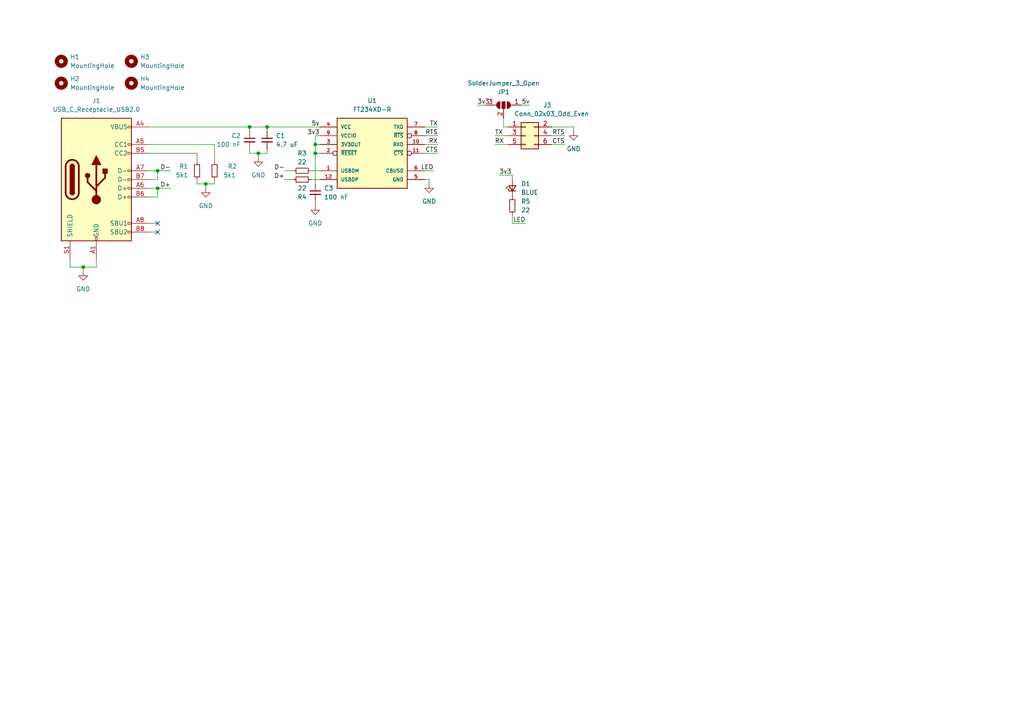
<source format=kicad_sch>
(kicad_sch (version 20230121) (generator eeschema)
  (paper "A4")
  (lib_symbols
    (symbol "Connector:USB_C_Receptacle_USB2.0" (pin_names (offset 1.016))
      (property "Reference" "J" (at -10.16 19.05 0))
      (property "Value" "USB_C_Receptacle_USB2.0" (at 19.05 19.05 0))
      (symbol "USB_C_Receptacle_USB2.0_0_0"
        (rectangle (start -0.254 -17.78) (end 0.254 -16.764))
        (rectangle (start 10.16 -14.986) (end 9.144 -15.494))
        (rectangle (start 10.16 -12.446) (end 9.144 -12.954))
        (rectangle (start 10.16 -4.826) (end 9.144 -5.334))
        (rectangle (start 10.16 -2.286) (end 9.144 -2.794))
        (rectangle (start 10.16 0.254) (end 9.144 -0.254))
        (rectangle (start 10.16 2.794) (end 9.144 2.286))
        (rectangle (start 10.16 7.874) (end 9.144 7.366))
        (rectangle (start 10.16 10.414) (end 9.144 9.906))
        (rectangle (start 10.16 15.494) (end 9.144 14.986))
      )
      (symbol "USB_C_Receptacle_USB2.0_0_1"
        (rectangle (start -10.16 17.78) (end 10.16 -17.78) (stroke (width 0.254)) (fill (type background)))
        (arc (start -8.89 -3.81) (mid -6.985 -5.7067) (end -5.08 -3.81) (stroke (width 0.508)))
        (arc (start -7.62 -3.81) (mid -6.985 -4.4423) (end -6.35 -3.81) (stroke (width 0.254)))
        (arc (start -7.62 -3.81) (mid -6.985 -4.4423) (end -6.35 -3.81) (stroke (width 0.254)) (fill (type outline)))
        (rectangle (start -7.62 -3.81) (end -6.35 3.81) (stroke (width 0.254)) (fill (type outline)))
        (arc (start -6.35 3.81) (mid -6.985 4.4423) (end -7.62 3.81) (stroke (width 0.254)))
        (arc (start -6.35 3.81) (mid -6.985 4.4423) (end -7.62 3.81) (stroke (width 0.254)) (fill (type outline)))
        (arc (start -5.08 3.81) (mid -6.985 5.7067) (end -8.89 3.81) (stroke (width 0.508)))
        (circle (center -2.54 1.143) (radius 0.635) (stroke (width 0.254)) (fill (type outline)))
        (circle (center 0 -5.842) (radius 1.27) (fill (type outline)))
        (polyline (pts (xy -8.89 -3.81) (xy -8.89 3.81)) (stroke (width 0.508)))
        (polyline (pts (xy -5.08 3.81) (xy -5.08 -3.81)) (stroke (width 0.508)))
        (polyline (pts (xy 0 -5.842) (xy 0 4.318)) (stroke (width 0.508)))
        (polyline (pts (xy 0 -3.302) (xy -2.54 -0.762) (xy -2.54 0.508)) (stroke (width 0.508)))
        (polyline (pts (xy 0 -2.032) (xy 2.54 0.508) (xy 2.54 1.778)) (stroke (width 0.508)))
        (polyline (pts (xy -1.27 4.318) (xy 0 6.858) (xy 1.27 4.318) (xy -1.27 4.318)) (stroke (width 0.254)) (fill (type outline)))
        (rectangle (start 1.905 1.778) (end 3.175 3.048) (stroke (width 0.254)) (fill (type outline)))
      )
      (symbol "USB_C_Receptacle_USB2.0_1_1"
        (pin passive line (at 0 -22.86 90) (length 5.08) (name "GND") (number "A1"))
        (pin passive line (at 0 -22.86 90) (length 5.08) hide (name "GND") (number "A12"))
        (pin passive line (at 15.24 15.24 180) (length 5.08) (name "VBUS") (number "A4"))
        (pin bidirectional line (at 15.24 10.16 180) (length 5.08) (name "CC1") (number "A5"))
        (pin bidirectional line (at 15.24 -2.54 180) (length 5.08) (name "D+") (number "A6"))
        (pin bidirectional line (at 15.24 2.54 180) (length 5.08) (name "D-") (number "A7"))
        (pin bidirectional line (at 15.24 -12.7 180) (length 5.08) (name "SBU1") (number "A8"))
        (pin passive line (at 15.24 15.24 180) (length 5.08) hide (name "VBUS") (number "A9"))
        (pin passive line (at 0 -22.86 90) (length 5.08) hide (name "GND") (number "B1"))
        (pin passive line (at 0 -22.86 90) (length 5.08) hide (name "GND") (number "B12"))
        (pin passive line (at 15.24 15.24 180) (length 5.08) hide (name "VBUS") (number "B4"))
        (pin bidirectional line (at 15.24 7.62 180) (length 5.08) (name "CC2") (number "B5"))
        (pin bidirectional line (at 15.24 -5.08 180) (length 5.08) (name "D+") (number "B6"))
        (pin bidirectional line (at 15.24 0 180) (length 5.08) (name "D-") (number "B7"))
        (pin bidirectional line (at 15.24 -15.24 180) (length 5.08) (name "SBU2") (number "B8"))
        (pin passive line (at 15.24 15.24 180) (length 5.08) hide (name "VBUS") (number "B9"))
        (pin passive line (at -7.62 -22.86 90) (length 5.08) (name "SHIELD") (number "S1"))
      )
    )
    (symbol "Connector_Generic:Conn_02x03_Odd_Even" (pin_names (offset 1.016) hide)
      (property "Reference" "J" (at 1.27 5.08 0))
      (property "Value" "Conn_02x03_Odd_Even" (at 1.27 -5.08 0))
      (symbol "Conn_02x03_Odd_Even_1_1"
        (rectangle (start -1.27 -2.413) (end 0 -2.667) (stroke (width 0.1524)))
        (rectangle (start -1.27 0.127) (end 0 -0.127) (stroke (width 0.1524)))
        (rectangle (start -1.27 2.667) (end 0 2.413) (stroke (width 0.1524)))
        (rectangle (start -1.27 3.81) (end 3.81 -3.81) (stroke (width 0.254)) (fill (type background)))
        (rectangle (start 3.81 -2.413) (end 2.54 -2.667) (stroke (width 0.1524)))
        (rectangle (start 3.81 0.127) (end 2.54 -0.127) (stroke (width 0.1524)))
        (rectangle (start 3.81 2.667) (end 2.54 2.413) (stroke (width 0.1524)))
        (pin passive line (at -5.08 2.54 0) (length 3.81) (name "Pin_1") (number "1"))
        (pin passive line (at 7.62 2.54 180) (length 3.81) (name "Pin_2") (number "2"))
        (pin passive line (at -5.08 0 0) (length 3.81) (name "Pin_3") (number "3"))
        (pin passive line (at 7.62 0 180) (length 3.81) (name "Pin_4") (number "4"))
        (pin passive line (at -5.08 -2.54 0) (length 3.81) (name "Pin_5") (number "5"))
        (pin passive line (at 7.62 -2.54 180) (length 3.81) (name "Pin_6") (number "6"))
      )
    )
    (symbol "Device:C_Small" (pin_numbers hide) (pin_names (offset 0.254) hide)
      (property "Reference" "C" (at 0.254 1.778 0))
      (property "Value" "C_Small" (at 0.254 -2.032 0))
      (symbol "C_Small_0_1"
        (polyline (pts (xy -1.524 -0.508) (xy 1.524 -0.508)) (stroke (width 0.3302)))
        (polyline (pts (xy -1.524 0.508) (xy 1.524 0.508)) (stroke (width 0.3048)))
      )
      (symbol "C_Small_1_1"
        (pin passive line (at 0 2.54 270) (length 2.032) (name "~") (number "1"))
        (pin passive line (at 0 -2.54 90) (length 2.032) (name "~") (number "2"))
      )
    )
    (symbol "Device:LED_Small" (pin_numbers hide) (pin_names (offset 0.254) hide)
      (property "Reference" "D" (at -1.27 3.175 0))
      (property "Value" "LED_Small" (at -4.445 -2.54 0))
      (symbol "LED_Small_0_1"
        (polyline (pts (xy -0.762 -1.016) (xy -0.762 1.016)) (stroke (width 0.254)))
        (polyline (pts (xy 1.016 0) (xy -0.762 0)))
        (polyline (pts (xy 0.762 -1.016) (xy -0.762 0) (xy 0.762 1.016) (xy 0.762 -1.016)) (stroke (width 0.254)))
        (polyline (pts (xy 0 0.762) (xy -0.508 1.27) (xy -0.254 1.27) (xy -0.508 1.27) (xy -0.508 1.016)))
        (polyline (pts (xy 0.508 1.27) (xy 0 1.778) (xy 0.254 1.778) (xy 0 1.778) (xy 0 1.524)))
      )
      (symbol "LED_Small_1_1"
        (pin passive line (at -2.54 0 0) (length 1.778) (name "K") (number "1"))
        (pin passive line (at 2.54 0 180) (length 1.778) (name "A") (number "2"))
      )
    )
    (symbol "Device:R_Small" (pin_numbers hide) (pin_names (offset 0.254) hide)
      (property "Reference" "R" (at 0.762 0.508 0))
      (property "Value" "R_Small" (at 0.762 -1.016 0))
      (symbol "R_Small_0_1"
        (rectangle (start -0.762 1.778) (end 0.762 -1.778) (stroke (width 0.2032)))
      )
      (symbol "R_Small_1_1"
        (pin passive line (at 0 2.54 270) (length 0.762) (name "~") (number "1"))
        (pin passive line (at 0 -2.54 90) (length 0.762) (name "~") (number "2"))
      )
    )
    (symbol "FT234XD-R_1" (pin_names (offset 1.016))
      (property "Reference" "U1" (at 0 15.24 0))
      (property "Value" "FT234XD-R" (at 0 12.7 0))
      (symbol "FT234XD-R_1_0_0"
        (rectangle (start -10.16 10.16) (end 10.16 -10.16) (stroke (width 0.254)) (fill (type background)))
        (pin bidirectional line (at 15.24 -5.08 180) (length 5.08) (name "USBDM") (number "1"))
        (pin input line (at -15.24 2.54 0) (length 5.08) (name "RXD") (number "10"))
        (pin bidirectional line (at 15.24 -7.62 180) (length 5.08) (name "USBDP") (number "12"))
        (pin output line (at 15.24 2.54 180) (length 5.08) (name "3V3OUT") (number "3"))
        (pin power_in line (at 15.24 7.62 180) (length 5.08) (name "VCC") (number "4"))
        (pin power_in line (at -15.24 -7.62 0) (length 5.08) (name "GND") (number "5"))
        (pin bidirectional line (at -15.24 -5.08 0) (length 5.08) (name "CBUS0") (number "6"))
        (pin output line (at -15.24 7.62 0) (length 5.08) (name "TXD") (number "7"))
        (pin power_in line (at 15.24 5.08 180) (length 5.08) (name "VCCIO") (number "9"))
      )
      (symbol "FT234XD-R_1_1_0"
        (pin input inverted (at -15.24 0 0) (length 5.08) (name "~{CTS}") (number "11"))
        (pin power_in line (at -15.24 -7.62 0) (length 5.08) hide (name "GND") (number "13"))
        (pin input inverted (at 15.24 0 180) (length 5.08) (name "~{RESET}") (number "2"))
        (pin output inverted (at -15.24 5.08 0) (length 5.08) (name "~{RTS}") (number "8"))
      )
    )
    (symbol "Jumper:SolderJumper_3_Open" (pin_names (offset 0) hide)
      (property "Reference" "JP" (at -2.54 -2.54 0))
      (property "Value" "SolderJumper_3_Open" (at 0 2.794 0))
      (symbol "SolderJumper_3_Open_0_1"
        (arc (start -1.016 1.016) (mid -2.0276 0) (end -1.016 -1.016))
        (arc (start -1.016 1.016) (mid -2.0276 0) (end -1.016 -1.016) (fill (type outline)))
        (rectangle (start -0.508 1.016) (end 0.508 -1.016) (fill (type outline)))
        (polyline (pts (xy -2.54 0) (xy -2.032 0)))
        (polyline (pts (xy -1.016 1.016) (xy -1.016 -1.016)))
        (polyline (pts (xy 0 -1.27) (xy 0 -1.016)))
        (polyline (pts (xy 1.016 1.016) (xy 1.016 -1.016)))
        (polyline (pts (xy 2.54 0) (xy 2.032 0)))
        (arc (start 1.016 -1.016) (mid 2.0276 0) (end 1.016 1.016))
        (arc (start 1.016 -1.016) (mid 2.0276 0) (end 1.016 1.016) (fill (type outline)))
      )
      (symbol "SolderJumper_3_Open_1_1"
        (pin passive line (at -5.08 0 0) (length 2.54) (name "A") (number "1"))
        (pin passive line (at 0 -3.81 90) (length 2.54) (name "C") (number "2"))
        (pin passive line (at 5.08 0 180) (length 2.54) (name "B") (number "3"))
      )
    )
    (symbol "Mechanical:MountingHole" (pin_names (offset 1.016))
      (property "Reference" "H" (at 0 5.08 0))
      (property "Value" "MountingHole" (at 0 3.175 0))
      (symbol "MountingHole_0_1"
        (circle (center 0 0) (radius 1.27) (stroke (width 1.27)))
      )
    )
    (symbol "power:GND" (power) (pin_names (offset 0))
      (property "Value" "GND" (at 0 -3.81 0))
      (symbol "GND_0_1"
        (polyline (pts (xy 0 0) (xy 0 -1.27) (xy 1.27 -1.27) (xy 0 -2.54) (xy -1.27 -1.27) (xy 0 -1.27)))
      )
      (symbol "GND_1_1"
        (pin power_in line (at 0 0 270) (length 0) hide (name "GND") (number "1"))
      )
    )
  )
  (junction (at 59.69 53.34))
  (junction (at 91.44 44.45))
  (junction (at 74.93 44.45))
  (junction (at 45.72 49.53))
  (junction (at 91.44 41.91))
  (junction (at 77.47 36.83))
  (junction (at 24.13 77.47))
  (junction (at 45.72 54.61))
  (junction (at 72.39 36.83))
  (no_connect (at 45.72 64.77))
  (no_connect (at 45.72 67.31))
  (wire (pts (xy 91.44 41.91) (xy 91.44 39.37)))
  (wire (pts (xy 160.02 36.83) (xy 166.37 36.83)))
  (wire (pts (xy 166.37 36.83) (xy 166.37 38.1)))
  (wire (pts (xy 148.59 64.77) (xy 152.4 64.77)))
  (wire (pts (xy 160.02 39.37) (xy 163.83 39.37)))
  (wire (pts (xy 91.44 39.37) (xy 92.71 39.37)))
  (wire (pts (xy 147.32 36.83) (xy 146.05 36.83)))
  (wire (pts (xy 143.51 41.91) (xy 147.32 41.91)))
  (wire (pts (xy 91.44 58.42) (xy 91.44 59.69)))
  (wire (pts (xy 24.13 77.47) (xy 27.94 77.47)))
  (wire (pts (xy 43.18 54.61) (xy 45.72 54.61)))
  (wire (pts (xy 138.43 30.48) (xy 140.97 30.48)))
  (wire (pts (xy 45.72 67.31) (xy 43.18 67.31)))
  (wire (pts (xy 57.15 46.99) (xy 57.15 44.45)))
  (wire (pts (xy 143.51 39.37) (xy 147.32 39.37)))
  (wire (pts (xy 20.32 77.47) (xy 24.13 77.47)))
  (wire (pts (xy 59.69 53.34) (xy 62.23 53.34)))
  (wire (pts (xy 43.18 52.07) (xy 45.72 52.07)))
  (wire (pts (xy 90.17 49.53) (xy 92.71 49.53)))
  (wire (pts (xy 124.46 52.07) (xy 124.46 53.34)))
  (wire (pts (xy 45.72 64.77) (xy 43.18 64.77)))
  (wire (pts (xy 91.44 44.45) (xy 91.44 53.34)))
  (wire (pts (xy 92.71 41.91) (xy 91.44 41.91)))
  (wire (pts (xy 148.59 52.07) (xy 148.59 50.8)))
  (wire (pts (xy 74.93 44.45) (xy 77.47 44.45)))
  (wire (pts (xy 148.59 62.23) (xy 148.59 64.77)))
  (wire (pts (xy 45.72 54.61) (xy 45.72 57.15)))
  (wire (pts (xy 91.44 41.91) (xy 91.44 44.45)))
  (wire (pts (xy 45.72 57.15) (xy 43.18 57.15)))
  (wire (pts (xy 123.19 39.37) (xy 127 39.37)))
  (wire (pts (xy 74.93 44.45) (xy 74.93 45.72)))
  (wire (pts (xy 146.05 34.29) (xy 146.05 36.83)))
  (wire (pts (xy 144.78 50.8) (xy 148.59 50.8)))
  (wire (pts (xy 77.47 44.45) (xy 77.47 43.18)))
  (wire (pts (xy 43.18 49.53) (xy 45.72 49.53)))
  (wire (pts (xy 45.72 52.07) (xy 45.72 49.53)))
  (wire (pts (xy 125.73 49.53) (xy 123.19 49.53)))
  (wire (pts (xy 59.69 53.34) (xy 59.69 54.61)))
  (wire (pts (xy 123.19 41.91) (xy 127 41.91)))
  (wire (pts (xy 72.39 44.45) (xy 74.93 44.45)))
  (wire (pts (xy 43.18 41.91) (xy 62.23 41.91)))
  (wire (pts (xy 123.19 52.07) (xy 124.46 52.07)))
  (wire (pts (xy 43.18 36.83) (xy 72.39 36.83)))
  (wire (pts (xy 72.39 43.18) (xy 72.39 44.45)))
  (wire (pts (xy 43.18 44.45) (xy 57.15 44.45)))
  (wire (pts (xy 72.39 36.83) (xy 77.47 36.83)))
  (wire (pts (xy 91.44 44.45) (xy 92.71 44.45)))
  (wire (pts (xy 62.23 52.07) (xy 62.23 53.34)))
  (wire (pts (xy 57.15 53.34) (xy 59.69 53.34)))
  (wire (pts (xy 77.47 36.83) (xy 77.47 38.1)))
  (wire (pts (xy 82.55 52.07) (xy 85.09 52.07)))
  (wire (pts (xy 90.17 52.07) (xy 92.71 52.07)))
  (wire (pts (xy 57.15 52.07) (xy 57.15 53.34)))
  (wire (pts (xy 77.47 36.83) (xy 92.71 36.83)))
  (wire (pts (xy 123.19 44.45) (xy 127 44.45)))
  (wire (pts (xy 72.39 36.83) (xy 72.39 38.1)))
  (wire (pts (xy 151.13 30.48) (xy 153.67 30.48)))
  (wire (pts (xy 160.02 41.91) (xy 163.83 41.91)))
  (wire (pts (xy 62.23 41.91) (xy 62.23 46.99)))
  (wire (pts (xy 123.19 36.83) (xy 127 36.83)))
  (wire (pts (xy 82.55 49.53) (xy 85.09 49.53)))
  (wire (pts (xy 45.72 49.53) (xy 49.53 49.53)))
  (wire (pts (xy 20.32 74.93) (xy 20.32 77.47)))
  (wire (pts (xy 24.13 77.47) (xy 24.13 78.74)))
  (wire (pts (xy 45.72 54.61) (xy 49.53 54.61)))
  (wire (pts (xy 27.94 74.93) (xy 27.94 77.47)))
  (label "TX" (at 143.51 39.37 0))
  (label "3v3" (at 138.43 30.48 0))
  (label "5v" (at 153.67 30.48 180))
  (label "3v3" (at 144.78 50.8 0))
  (label "5v" (at 92.71 36.83 180))
  (label "RX" (at 127 41.91 180))
  (label "LED" (at 125.73 49.53 180))
  (label "TX" (at 127 36.83 180))
  (label "RTS" (at 163.83 39.37 180))
  (label "CTS" (at 127 44.45 180))
  (label "3v3" (at 92.71 39.37 180))
  (label "RTS" (at 127 39.37 180))
  (label "D-" (at 49.53 49.53 180))
  (label "D-" (at 82.55 49.53 180))
  (label "D+" (at 49.53 54.61 180))
  (label "CTS" (at 163.83 41.91 180))
  (label "LED" (at 152.4 64.77 180))
  (label "RX" (at 143.51 41.91 0))
  (label "D+" (at 82.55 52.07 180))
  (symbol (lib_id "Mechanical:MountingHole") (at 38.1 17.78 0) (unit 1)
    (property "Reference" "H3" (at 40.64 16.51 0) (effects (justify left)))
    (property "Value" "MountingHole" (at 40.64 19.05 0) (effects (justify left)))
    (property "Footprint" "MountingHole:MountingHole_3.2mm_M3" (effects hide))
  )
  (symbol (lib_id "Device:R_Small") (at 148.59 59.69 0) (unit 1)
    (property "Reference" "R5" (at 151.13 58.42 0) (effects (justify left)))
    (property "Value" "22" (at 151.13 60.96 0) (effects (justify left)))
    (property "Footprint" "Resistor_SMD:R_0603_1608Metric" (effects hide))
  )
  (symbol (lib_id "Connector_Generic:Conn_02x03_Odd_Even") (at 152.4 39.37 0) (unit 1)
    (property "Reference" "J3" (at 158.75 30.48 0))
    (property "Value" "Conn_02x03_Odd_Even" (at 160.02 33.02 0))
    (property "Footprint" "Connector_PinSocket_2.54mm:PinSocket_2x03_P2.54mm_Vertical_SMD" (effects hide))
  )
  (symbol (lib_id "Connector:USB_C_Receptacle_USB2.0") (at 27.94 52.07 0) (unit 1)
    (property "Reference" "J1" (at 27.94 29.21 0))
    (property "Value" "USB_C_Receptacle_USB2.0" (at 27.94 31.75 0))
    (property "Footprint" "Connector_USB:USB_C_Receptacle_HRO_TYPE-C-31-M-12" (effects hide))
    (property "Datasheet" "https://www.usb.org/sites/default/files/documents/usb_type-c.zip" (effects hide))
  )
  (symbol (lib_id "Device:C_Small") (at 91.44 55.88 0) (unit 1)
    (property "Reference" "C3" (at 93.98 54.6163 0) (effects (justify left)))
    (property "Value" "100 nF" (at 93.98 57.1563 0) (effects (justify left)))
    (property "Footprint" "Capacitor_SMD:C_0603_1608Metric" (effects hide))
  )
  (symbol (lib_id "power:GND") (at 74.93 45.72 0) (unit 1)
    (property "Reference" "#PWR05" (effects hide))
    (property "Value" "GND" (at 74.93 50.8 0))
  )
  (symbol (lib_id "Device:R_Small") (at 62.23 49.53 0) (unit 1)
    (property "Reference" "R2" (at 66.04 48.26 0) (effects (justify left)))
    (property "Value" "5k1" (at 64.77 50.8 0) (effects (justify left)))
    (property "Footprint" "Resistor_SMD:R_0603_1608Metric" (effects hide))
  )
  (symbol (lib_id "Device:R_Small") (at 87.63 49.53 90) (unit 1)
    (property "Reference" "R3" (at 87.63 44.45 90))
    (property "Value" "22" (at 87.63 46.99 90))
    (property "Footprint" "Resistor_SMD:R_0603_1608Metric" (effects hide))
  )
  (symbol (lib_id "Mechanical:MountingHole") (at 17.78 24.13 0) (unit 1)
    (property "Reference" "H2" (at 20.32 22.86 0) (effects (justify left)))
    (property "Value" "MountingHole" (at 20.32 25.4 0) (effects (justify left)))
    (property "Footprint" "MountingHole:MountingHole_3.2mm_M3" (effects hide))
  )
  (symbol (lib_id "Mechanical:MountingHole") (at 17.78 17.78 0) (unit 1)
    (property "Reference" "H1" (at 20.32 16.51 0) (effects (justify left)))
    (property "Value" "MountingHole" (at 20.32 19.05 0) (effects (justify left)))
    (property "Footprint" "MountingHole:MountingHole_3.2mm_M3" (effects hide))
  )
  (symbol (lib_id "Device:LED_Small") (at 148.59 54.61 90) (unit 1)
    (property "Reference" "D1" (at 151.13 53.2765 90) (effects (justify right)))
    (property "Value" "BLUE" (at 151.13 55.8165 90) (effects (justify right)))
    (property "Footprint" "Diode_SMD:D_0603_1608Metric" (effects hide))
  )
  (symbol (lib_id "power:GND") (at 124.46 53.34 0) (unit 1)
    (property "Reference" "#PWR03" (effects hide))
    (property "Value" "GND" (at 124.46 58.42 0))
  )
  (symbol (lib_id "power:GND") (at 24.13 78.74 0) (unit 1)
    (property "Reference" "#PWR01" (effects hide))
    (property "Value" "GND" (at 24.13 83.82 0))
  )
  (symbol (lib_id "Mechanical:MountingHole") (at 38.1 24.13 0) (unit 1)
    (property "Reference" "H4" (at 40.64 22.86 0) (effects (justify left)))
    (property "Value" "MountingHole" (at 40.64 25.4 0) (effects (justify left)))
    (property "Footprint" "MountingHole:MountingHole_3.2mm_M3" (effects hide))
  )
  (symbol (lib_id "power:GND") (at 166.37 38.1 0) (mirror y) (unit 1)
    (property "Reference" "#PWR04" (effects hide))
    (property "Value" "GND" (at 166.37 43.18 0))
  )
  (symbol (lib_id "Device:C_Small") (at 72.39 40.64 0) (mirror y) (unit 1)
    (property "Reference" "C2" (at 69.85 39.3763 0) (effects (justify left)))
    (property "Value" "100 nF" (at 69.85 41.9163 0) (effects (justify left)))
    (property "Footprint" "Capacitor_SMD:C_0603_1608Metric" (effects hide))
  )
  (symbol (lib_id "power:GND") (at 59.69 54.61 0) (unit 1)
    (property "Reference" "#PWR02" (effects hide))
    (property "Value" "GND" (at 59.69 59.69 0))
  )
  (symbol (lib_id "Device:R_Small") (at 57.15 49.53 0) (mirror y) (unit 1)
    (property "Reference" "R1" (at 54.61 48.26 0) (effects (justify left)))
    (property "Value" "5k1" (at 54.61 50.8 0) (effects (justify left)))
    (property "Footprint" "Resistor_SMD:R_0603_1608Metric" (effects hide))
  )
  (symbol (lib_id "power:GND") (at 91.44 59.69 0) (unit 1)
    (property "Reference" "#PWR06" (effects hide))
    (property "Value" "GND" (at 91.44 64.77 0))
  )
  (symbol (lib_id "Device:R_Small") (at 87.63 52.07 90) (mirror x) (unit 1)
    (property "Reference" "R4" (at 87.63 57.15 90))
    (property "Value" "22" (at 87.63 54.61 90))
    (property "Footprint" "Resistor_SMD:R_0603_1608Metric" (effects hide))
  )
  (symbol (lib_name "FT234XD-R_1") (lib_id "FT234XD-R:FT234XD-R") (at 107.95 44.45 0) (mirror y) (unit 1)
    (property "Reference" "U1" (at 107.95 29.21 0))
    (property "Value" "FT234XD-R" (at 107.95 31.75 0))
    (property "Footprint" "SON45P300X300X80-13N" (effects hide))
    (property "PARTREV" "Version 1.2" (effects hide))
    (property "STANDARD" "IPC-7351B" (effects hide))
    (property "MAXIMUM_PACKAGE_HEIGHT" "0.8mm" (effects hide))
    (property "MANUFACTURER" "FTDI" (effects hide))
  )
  (symbol (lib_id "Jumper:SolderJumper_3_Open") (at 146.05 30.48 0) (mirror y) (unit 1)
    (property "Reference" "JP1" (at 146.05 26.67 0))
    (property "Value" "SolderJumper_3_Open" (at 146.05 24.13 0))
    (property "Footprint" "Jumper:SolderJumper-3_P1.3mm_Open_RoundedPad1.0x1.5mm_NumberLabels" (effects hide))
  )
  (symbol (lib_id "Device:C_Small") (at 77.47 40.64 0) (unit 1)
    (property "Reference" "C1" (at 80.01 39.3763 0) (effects (justify left)))
    (property "Value" "4.7 uF" (at 80.01 41.9163 0) (effects (justify left)))
    (property "Footprint" "Capacitor_SMD:C_0805_2012Metric" (effects hide))
  )
)
</source>
